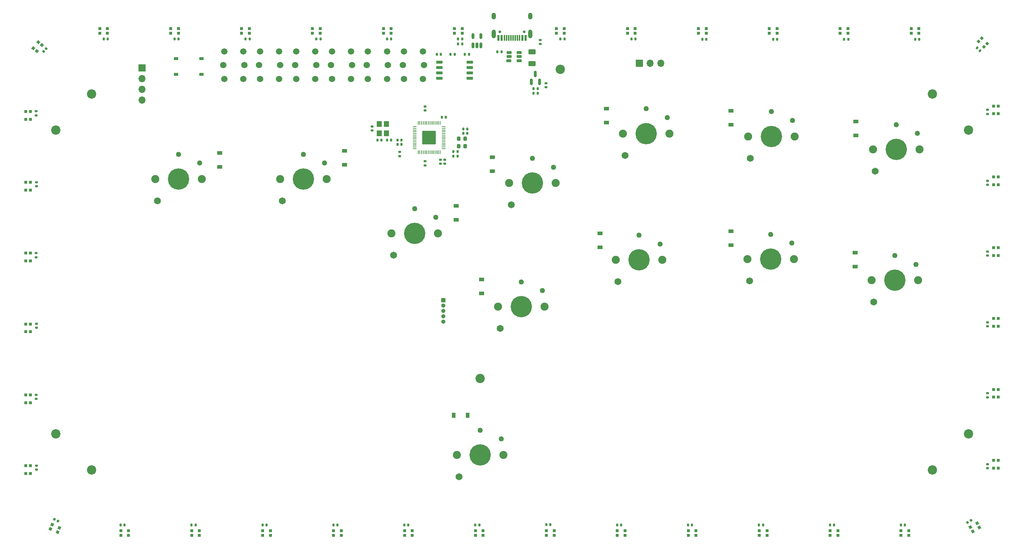
<source format=gts>
%TF.GenerationSoftware,KiCad,Pcbnew,(6.0.6)*%
%TF.CreationDate,2023-02-26T23:17:29-05:00*%
%TF.ProjectId,fightstick_v2,66696768-7473-4746-9963-6b5f76322e6b,rev?*%
%TF.SameCoordinates,Original*%
%TF.FileFunction,Soldermask,Top*%
%TF.FilePolarity,Negative*%
%FSLAX46Y46*%
G04 Gerber Fmt 4.6, Leading zero omitted, Abs format (unit mm)*
G04 Created by KiCad (PCBNEW (6.0.6)) date 2023-02-26 23:17:29*
%MOMM*%
%LPD*%
G01*
G04 APERTURE LIST*
G04 Aperture macros list*
%AMRoundRect*
0 Rectangle with rounded corners*
0 $1 Rounding radius*
0 $2 $3 $4 $5 $6 $7 $8 $9 X,Y pos of 4 corners*
0 Add a 4 corners polygon primitive as box body*
4,1,4,$2,$3,$4,$5,$6,$7,$8,$9,$2,$3,0*
0 Add four circle primitives for the rounded corners*
1,1,$1+$1,$2,$3*
1,1,$1+$1,$4,$5*
1,1,$1+$1,$6,$7*
1,1,$1+$1,$8,$9*
0 Add four rect primitives between the rounded corners*
20,1,$1+$1,$2,$3,$4,$5,0*
20,1,$1+$1,$4,$5,$6,$7,0*
20,1,$1+$1,$6,$7,$8,$9,0*
20,1,$1+$1,$8,$9,$2,$3,0*%
%AMRotRect*
0 Rectangle, with rotation*
0 The origin of the aperture is its center*
0 $1 length*
0 $2 width*
0 $3 Rotation angle, in degrees counterclockwise*
0 Add horizontal line*
21,1,$1,$2,0,0,$3*%
G04 Aperture macros list end*
%ADD10R,1.000000X0.750000*%
%ADD11R,1.200000X0.900000*%
%ADD12R,1.700000X1.700000*%
%ADD13O,1.700000X1.700000*%
%ADD14RoundRect,0.140000X0.044010X-0.215785X0.220220X0.001816X-0.044010X0.215785X-0.220220X-0.001816X0*%
%ADD15RoundRect,0.140000X0.140000X0.170000X-0.140000X0.170000X-0.140000X-0.170000X0.140000X-0.170000X0*%
%ADD16C,2.200000*%
%ADD17R,0.700000X0.700000*%
%ADD18RoundRect,0.140000X-0.170000X0.140000X-0.170000X-0.140000X0.170000X-0.140000X0.170000X0.140000X0*%
%ADD19RoundRect,0.140000X-0.140000X-0.170000X0.140000X-0.170000X0.140000X0.170000X-0.140000X0.170000X0*%
%ADD20RoundRect,0.140000X0.170000X-0.140000X0.170000X0.140000X-0.170000X0.140000X-0.170000X-0.140000X0*%
%ADD21C,1.508000*%
%ADD22RoundRect,0.225000X0.225000X0.250000X-0.225000X0.250000X-0.225000X-0.250000X0.225000X-0.250000X0*%
%ADD23RoundRect,0.150000X-0.650000X-0.150000X0.650000X-0.150000X0.650000X0.150000X-0.650000X0.150000X0*%
%ADD24R,0.900000X1.200000*%
%ADD25C,1.900000*%
%ADD26C,1.250000*%
%ADD27C,5.050000*%
%ADD28C,1.650000*%
%ADD29RotRect,0.700000X0.700000X210.000000*%
%ADD30RotRect,0.700000X0.700000X30.000000*%
%ADD31RoundRect,0.050000X-0.050000X0.387500X-0.050000X-0.387500X0.050000X-0.387500X0.050000X0.387500X0*%
%ADD32RoundRect,0.050000X-0.387500X0.050000X-0.387500X-0.050000X0.387500X-0.050000X0.387500X0.050000X0*%
%ADD33RoundRect,0.144000X-1.456000X1.456000X-1.456000X-1.456000X1.456000X-1.456000X1.456000X1.456000X0*%
%ADD34RotRect,0.700000X0.700000X316.000000*%
%ADD35RotRect,0.700000X0.700000X136.000000*%
%ADD36RoundRect,0.150000X-0.475000X-0.150000X0.475000X-0.150000X0.475000X0.150000X-0.475000X0.150000X0*%
%ADD37RoundRect,0.140000X0.036244X0.217224X-0.206244X0.077224X-0.036244X-0.217224X0.206244X-0.077224X0*%
%ADD38RoundRect,0.150000X0.150000X-0.587500X0.150000X0.587500X-0.150000X0.587500X-0.150000X-0.587500X0*%
%ADD39RotRect,0.700000X0.700000X51.000000*%
%ADD40RotRect,0.700000X0.700000X231.000000*%
%ADD41RoundRect,0.140000X0.195295X0.101783X-0.062446X0.211188X-0.195295X-0.101783X0.062446X-0.211188X0*%
%ADD42RoundRect,0.150000X0.150000X-0.512500X0.150000X0.512500X-0.150000X0.512500X-0.150000X-0.512500X0*%
%ADD43RotRect,0.700000X0.700000X157.000000*%
%ADD44RotRect,0.700000X0.700000X337.000000*%
%ADD45R,1.000000X1.000000*%
%ADD46O,1.000000X1.000000*%
%ADD47RoundRect,0.250000X-0.625000X0.375000X-0.625000X-0.375000X0.625000X-0.375000X0.625000X0.375000X0*%
%ADD48RoundRect,0.140000X-0.218799X-0.025036X-0.017384X-0.219540X0.218799X0.025036X0.017384X0.219540X0*%
%ADD49C,0.650000*%
%ADD50R,0.600000X1.450000*%
%ADD51R,0.300000X1.450000*%
%ADD52O,1.000000X1.600000*%
%ADD53O,1.000000X2.100000*%
%ADD54R,1.200000X1.400000*%
G04 APERTURE END LIST*
D10*
%TO.C,S1*%
X83150000Y-32475000D03*
X89150000Y-32475000D03*
X83150000Y-36225000D03*
X89150000Y-36225000D03*
%TD*%
D11*
%TO.C,D2*%
X123000000Y-54350000D03*
X123000000Y-57650000D03*
%TD*%
D12*
%TO.C,J2*%
X75150000Y-34650000D03*
D13*
X75150000Y-37190000D03*
X75150000Y-39730000D03*
X75150000Y-42270000D03*
%TD*%
D14*
%TO.C,C24*%
X51797926Y-30823030D03*
X52402074Y-30076970D03*
%TD*%
D15*
%TO.C,C40*%
X205280000Y-142950000D03*
X204320000Y-142950000D03*
%TD*%
D16*
%TO.C,H7*%
X270678419Y-121400000D03*
%TD*%
D17*
%TO.C,D21*%
X115459429Y-25350000D03*
X115459429Y-26450000D03*
X117289429Y-26450000D03*
X117289429Y-25350000D03*
%TD*%
D11*
%TO.C,D9*%
X155500000Y-84850000D03*
X155500000Y-88150000D03*
%TD*%
D18*
%TO.C,C16*%
X145700000Y-56420000D03*
X145700000Y-57380000D03*
%TD*%
D17*
%TO.C,D23*%
X206205072Y-145450000D03*
X206205072Y-144350000D03*
X204375072Y-144350000D03*
X204375072Y-145450000D03*
%TD*%
%TO.C,D22*%
X47628419Y-130772822D03*
X48728419Y-130772822D03*
X48728419Y-128942822D03*
X47628419Y-128942822D03*
%TD*%
%TO.C,D17*%
X132245608Y-25350000D03*
X132245608Y-26450000D03*
X134075608Y-26450000D03*
X134075608Y-25350000D03*
%TD*%
D19*
%TO.C,C22*%
X82820000Y-27800000D03*
X83780000Y-27800000D03*
%TD*%
D20*
%TO.C,C13*%
X142062502Y-44780000D03*
X142062502Y-43820000D03*
%TD*%
D15*
%TO.C,C3*%
X131792501Y-51799999D03*
X130832501Y-51799999D03*
%TD*%
D11*
%TO.C,D12*%
X243900000Y-81800000D03*
X243900000Y-78500000D03*
%TD*%
D15*
%TO.C,C39*%
X188530000Y-142950000D03*
X187570000Y-142950000D03*
%TD*%
D17*
%TO.C,D29*%
X81887070Y-25350000D03*
X81887070Y-26450000D03*
X83717070Y-26450000D03*
X83717070Y-25350000D03*
%TD*%
D21*
%TO.C,SW17*%
X133075632Y-37301730D03*
X133325632Y-34051730D03*
X133075632Y-30801730D03*
X128575632Y-37301730D03*
X128575632Y-30801730D03*
X128325632Y-34051730D03*
%TD*%
D17*
%TO.C,D24*%
X277728419Y-43719515D03*
X276628419Y-43719515D03*
X276628419Y-45549515D03*
X277728419Y-45549515D03*
%TD*%
%TO.C,D18*%
X47628419Y-113986642D03*
X48728419Y-113986642D03*
X48728419Y-112156642D03*
X47628419Y-112156642D03*
%TD*%
D22*
%TO.C,R4*%
X151587500Y-53200001D03*
X150037500Y-53200001D03*
%TD*%
D18*
%TO.C,C49*%
X275150000Y-61420000D03*
X275150000Y-62380000D03*
%TD*%
%TO.C,C2*%
X129562500Y-48570001D03*
X129562500Y-49530001D03*
%TD*%
D16*
%TO.C,H8*%
X262178419Y-129900000D03*
%TD*%
D19*
%TO.C,C21*%
X99620000Y-27800000D03*
X100580000Y-27800000D03*
%TD*%
D12*
%TO.C,J3*%
X192820000Y-33600000D03*
D13*
X195360000Y-33600000D03*
X197900000Y-33600000D03*
%TD*%
D19*
%TO.C,C55*%
X207670000Y-27900000D03*
X208630000Y-27900000D03*
%TD*%
D15*
%TO.C,C34*%
X104580000Y-142950000D03*
X103620000Y-142950000D03*
%TD*%
%TO.C,C38*%
X171730000Y-142900000D03*
X170770000Y-142900000D03*
%TD*%
D16*
%TO.C,H2*%
X63178419Y-40900000D03*
%TD*%
D19*
%TO.C,C52*%
X258070000Y-27900000D03*
X259030000Y-27900000D03*
%TD*%
D15*
%TO.C,C32*%
X70980000Y-143000000D03*
X70020000Y-143000000D03*
%TD*%
D16*
%TO.C,H4*%
X270678419Y-49400000D03*
%TD*%
D19*
%TO.C,C8*%
X148820000Y-54500000D03*
X149780000Y-54500000D03*
%TD*%
D17*
%TO.C,D41*%
X47628419Y-46841924D03*
X48728419Y-46841924D03*
X48728419Y-45011924D03*
X47628419Y-45011924D03*
%TD*%
D20*
%TO.C,C26*%
X50150000Y-62730000D03*
X50150000Y-61770000D03*
%TD*%
D18*
%TO.C,R6*%
X169350000Y-28070000D03*
X169350000Y-29030000D03*
%TD*%
D16*
%TO.C,H9*%
X174131862Y-35006000D03*
%TD*%
D23*
%TO.C,U2*%
X145500000Y-33295000D03*
X145500000Y-34565000D03*
X145500000Y-35835000D03*
X145500000Y-37105000D03*
X152700000Y-37105000D03*
X152700000Y-35835000D03*
X152700000Y-34565000D03*
X152700000Y-33295000D03*
%TD*%
D18*
%TO.C,C50*%
X275150000Y-44620000D03*
X275150000Y-45580000D03*
%TD*%
D17*
%TO.C,D51*%
X277728419Y-94078054D03*
X276628419Y-94078054D03*
X276628419Y-95908054D03*
X277728419Y-95908054D03*
%TD*%
%TO.C,D20*%
X277728419Y-60505695D03*
X276628419Y-60505695D03*
X276628419Y-62335695D03*
X277728419Y-62335695D03*
%TD*%
D11*
%TO.C,D3*%
X149500000Y-67350000D03*
X149500000Y-70650000D03*
%TD*%
D16*
%TO.C,H3*%
X262178419Y-40900000D03*
%TD*%
D21*
%TO.C,SW14*%
X107575632Y-30801730D03*
X107825632Y-34051730D03*
X107575632Y-37301730D03*
X103075632Y-37301730D03*
X102825632Y-34051730D03*
X103075632Y-30801730D03*
%TD*%
D24*
%TO.C,D4*%
X148850000Y-117000000D03*
X152150000Y-117000000D03*
%TD*%
D15*
%TO.C,R2*%
X149080000Y-31450000D03*
X148120000Y-31450000D03*
%TD*%
D17*
%TO.C,D45*%
X47628419Y-63628104D03*
X48728419Y-63628104D03*
X48728419Y-61798104D03*
X47628419Y-61798104D03*
%TD*%
D11*
%TO.C,D1*%
X93500000Y-54850000D03*
X93500000Y-58150000D03*
%TD*%
D18*
%TO.C,C11*%
X146750000Y-56420000D03*
X146750000Y-57380000D03*
%TD*%
%TO.C,C45*%
X275150000Y-128570000D03*
X275150000Y-129530000D03*
%TD*%
D17*
%TO.C,D14*%
X47628419Y-97200463D03*
X48728419Y-97200463D03*
X48728419Y-95370463D03*
X47628419Y-95370463D03*
%TD*%
D19*
%TO.C,C18*%
X149920000Y-27850000D03*
X150880000Y-27850000D03*
%TD*%
D16*
%TO.C,H10*%
X155137512Y-108269442D03*
%TD*%
D11*
%TO.C,D5*%
X158000000Y-55850000D03*
X158000000Y-59150000D03*
%TD*%
D17*
%TO.C,D44*%
X206775000Y-25350000D03*
X206775000Y-26450000D03*
X208605000Y-26450000D03*
X208605000Y-25350000D03*
%TD*%
D25*
%TO.C,SW6*%
X199894878Y-50255526D03*
D26*
X199394878Y-46455526D03*
D25*
X188894878Y-50255526D03*
D27*
X194394878Y-50255526D03*
D26*
X194394878Y-44355526D03*
D28*
X189394878Y-55405526D03*
%TD*%
D20*
%TO.C,C27*%
X50100000Y-79530000D03*
X50100000Y-78570000D03*
%TD*%
D27*
%TO.C,SW8*%
X253576264Y-54016110D03*
D25*
X259076264Y-54016110D03*
D26*
X258576264Y-50216110D03*
D25*
X248076264Y-54016110D03*
D26*
X253576264Y-48116110D03*
D28*
X248576264Y-59166110D03*
%TD*%
D17*
%TO.C,D40*%
X223561179Y-25350000D03*
X223561179Y-26450000D03*
X225391179Y-26450000D03*
X225391179Y-25350000D03*
%TD*%
D29*
%TO.C,D39*%
X273263017Y-143548814D03*
X272713017Y-142596186D03*
D30*
X271128191Y-143511186D03*
X271678191Y-144463814D03*
%TD*%
D18*
%TO.C,C1*%
X170700000Y-38320000D03*
X170700000Y-39280000D03*
%TD*%
D15*
%TO.C,C7*%
X136517499Y-52800001D03*
X135557499Y-52800001D03*
%TD*%
%TO.C,R5*%
X134042502Y-51800000D03*
X133082502Y-51800000D03*
%TD*%
D19*
%TO.C,C19*%
X133120000Y-27800000D03*
X134080000Y-27800000D03*
%TD*%
%TO.C,R7*%
X159220000Y-30850000D03*
X160180000Y-30850000D03*
%TD*%
D15*
%TO.C,C33*%
X87780000Y-142950000D03*
X86820000Y-142950000D03*
%TD*%
D25*
%TO.C,SW7*%
X218565244Y-50956652D03*
X229565244Y-50956652D03*
D28*
X219065244Y-56106652D03*
D27*
X224065244Y-50956652D03*
D26*
X224065244Y-45056652D03*
X229065244Y-47156652D03*
%TD*%
D15*
%TO.C,C42*%
X238880000Y-142950000D03*
X237920000Y-142950000D03*
%TD*%
D17*
%TO.C,D19*%
X189418893Y-145450000D03*
X189418893Y-144350000D03*
X187588893Y-144350000D03*
X187588893Y-145450000D03*
%TD*%
%TO.C,D15*%
X172632713Y-145450000D03*
X172632713Y-144350000D03*
X170802713Y-144350000D03*
X170802713Y-145450000D03*
%TD*%
D19*
%TO.C,C57*%
X174120000Y-27850000D03*
X175080000Y-27850000D03*
%TD*%
D31*
%TO.C,U3*%
X145662500Y-47762501D03*
X145262500Y-47762501D03*
X144862500Y-47762501D03*
X144462500Y-47762501D03*
X144062500Y-47762501D03*
X143662500Y-47762501D03*
X143262500Y-47762501D03*
X142862500Y-47762501D03*
X142462500Y-47762501D03*
X142062500Y-47762501D03*
X141662500Y-47762501D03*
X141262500Y-47762501D03*
X140862500Y-47762501D03*
X140462500Y-47762501D03*
D32*
X139625000Y-48600001D03*
X139625000Y-49000001D03*
X139625000Y-49400001D03*
X139625000Y-49800001D03*
X139625000Y-50200001D03*
X139625000Y-50600001D03*
X139625000Y-51000001D03*
X139625000Y-51400001D03*
X139625000Y-51800001D03*
X139625000Y-52200001D03*
X139625000Y-52600001D03*
X139625000Y-53000001D03*
X139625000Y-53400001D03*
X139625000Y-53800001D03*
D31*
X140462500Y-54637501D03*
X140862500Y-54637501D03*
X141262500Y-54637501D03*
X141662500Y-54637501D03*
X142062500Y-54637501D03*
X142462500Y-54637501D03*
X142862500Y-54637501D03*
X143262500Y-54637501D03*
X143662500Y-54637501D03*
X144062500Y-54637501D03*
X144462500Y-54637501D03*
X144862500Y-54637501D03*
X145262500Y-54637501D03*
X145662500Y-54637501D03*
D32*
X146500000Y-53800001D03*
X146500000Y-53400001D03*
X146500000Y-53000001D03*
X146500000Y-52600001D03*
X146500000Y-52200001D03*
X146500000Y-51800001D03*
X146500000Y-51400001D03*
X146500000Y-51000001D03*
X146500000Y-50600001D03*
X146500000Y-50200001D03*
X146500000Y-49800001D03*
X146500000Y-49400001D03*
X146500000Y-49000001D03*
X146500000Y-48600001D03*
D33*
X143062500Y-51200001D03*
%TD*%
D26*
%TO.C,SW1*%
X83780574Y-55151730D03*
D28*
X78780574Y-66201730D03*
D25*
X89280574Y-61051730D03*
D27*
X83780574Y-61051730D03*
D25*
X78280574Y-61051730D03*
D26*
X88780574Y-57251730D03*
%TD*%
D25*
%TO.C,SW11*%
X229358182Y-80017936D03*
X218358182Y-80017936D03*
D26*
X228858182Y-76217936D03*
D27*
X223858182Y-80017936D03*
D26*
X223858182Y-74117936D03*
D28*
X218858182Y-85167936D03*
%TD*%
D15*
%TO.C,C58*%
X150880000Y-29000000D03*
X149920000Y-29000000D03*
%TD*%
D21*
%TO.C,SW15*%
X116075632Y-30801730D03*
X116325632Y-34051730D03*
X116075632Y-37301730D03*
X111325632Y-34051730D03*
X111575632Y-37301730D03*
X111575632Y-30801730D03*
%TD*%
D34*
%TO.C,D28*%
X273823866Y-27658751D03*
X273059742Y-28450024D03*
D35*
X274376134Y-29721249D03*
X275140258Y-28929976D03*
%TD*%
D19*
%TO.C,C53*%
X241270000Y-27900000D03*
X242230000Y-27900000D03*
%TD*%
D17*
%TO.C,D52*%
X173202641Y-25350000D03*
X173202641Y-26450000D03*
X175032641Y-26450000D03*
X175032641Y-25350000D03*
%TD*%
D36*
%TO.C,U4*%
X161995000Y-31070000D03*
X161995000Y-32020000D03*
X161920000Y-32970000D03*
X164345000Y-32970000D03*
X164345000Y-32020000D03*
X164345000Y-31070000D03*
%TD*%
D21*
%TO.C,SW16*%
X124575632Y-30801730D03*
X124575632Y-37301730D03*
X124825632Y-34051730D03*
X120075632Y-30801730D03*
X120075632Y-37301730D03*
X119825632Y-34051730D03*
%TD*%
D17*
%TO.C,D46*%
X139060354Y-145450000D03*
X139060354Y-144350000D03*
X137230354Y-144350000D03*
X137230354Y-145450000D03*
%TD*%
%TO.C,D36*%
X240347359Y-25350000D03*
X240347359Y-26450000D03*
X242177359Y-26450000D03*
X242177359Y-25350000D03*
%TD*%
D21*
%TO.C,SW19*%
X141575632Y-30801730D03*
X141575632Y-37301730D03*
X141825632Y-34051730D03*
X136825632Y-34051730D03*
X137075632Y-30801730D03*
X137075632Y-37301730D03*
%TD*%
D26*
%TO.C,SW2*%
X113326119Y-55151730D03*
X118326119Y-57251730D03*
D27*
X113326119Y-61051730D03*
D28*
X108326119Y-66201730D03*
D25*
X107826119Y-61051730D03*
X118826119Y-61051730D03*
%TD*%
D15*
%TO.C,C17*%
X168730000Y-40700000D03*
X167770000Y-40700000D03*
%TD*%
D20*
%TO.C,C30*%
X50150000Y-129880000D03*
X50150000Y-128920000D03*
%TD*%
D17*
%TO.C,D50*%
X155846534Y-145450000D03*
X155846534Y-144350000D03*
X154016534Y-144350000D03*
X154016534Y-145450000D03*
%TD*%
D15*
%TO.C,C35*%
X121380000Y-142950000D03*
X120420000Y-142950000D03*
%TD*%
D17*
%TO.C,D49*%
X47628419Y-80414283D03*
X48728419Y-80414283D03*
X48728419Y-78584283D03*
X47628419Y-78584283D03*
%TD*%
D22*
%TO.C,R3*%
X151587502Y-51480000D03*
X150037502Y-51480000D03*
%TD*%
D37*
%TO.C,C44*%
X271265692Y-141910000D03*
X270434308Y-142390000D03*
%TD*%
D15*
%TO.C,C37*%
X154930000Y-142950000D03*
X153970000Y-142950000D03*
%TD*%
D19*
%TO.C,C14*%
X146070000Y-46350000D03*
X147030000Y-46350000D03*
%TD*%
D11*
%TO.C,D7*%
X214500000Y-44850000D03*
X214500000Y-48150000D03*
%TD*%
D38*
%TO.C,U1*%
X167250000Y-37987500D03*
X169150000Y-37987500D03*
X168200000Y-36112500D03*
%TD*%
D17*
%TO.C,D38*%
X105487995Y-145450000D03*
X105487995Y-144350000D03*
X103657995Y-144350000D03*
X103657995Y-145450000D03*
%TD*%
D19*
%TO.C,C6*%
X151120000Y-49150000D03*
X152080000Y-49150000D03*
%TD*%
D39*
%TO.C,D37*%
X49376742Y-30004962D03*
X50231602Y-30697215D03*
D40*
X51383258Y-29275038D03*
X50528398Y-28582785D03*
%TD*%
D15*
%TO.C,C43*%
X255630000Y-142950000D03*
X254670000Y-142950000D03*
%TD*%
D19*
%TO.C,C23*%
X66020000Y-27800000D03*
X66980000Y-27800000D03*
%TD*%
D15*
%TO.C,R1*%
X145830000Y-31450000D03*
X144870000Y-31450000D03*
%TD*%
D17*
%TO.C,D33*%
X65100890Y-25350000D03*
X65100890Y-26450000D03*
X66930890Y-26450000D03*
X66930890Y-25350000D03*
%TD*%
D19*
%TO.C,C54*%
X224470000Y-27900000D03*
X225430000Y-27900000D03*
%TD*%
D41*
%TO.C,C31*%
X55241842Y-142037551D03*
X54358158Y-141662449D03*
%TD*%
D17*
%TO.C,D43*%
X277728419Y-127650413D03*
X276628419Y-127650413D03*
X276628419Y-129480413D03*
X277728419Y-129480413D03*
%TD*%
%TO.C,D30*%
X71915636Y-145450000D03*
X71915636Y-144350000D03*
X70085636Y-144350000D03*
X70085636Y-145450000D03*
%TD*%
%TO.C,D16*%
X277728419Y-77291874D03*
X276628419Y-77291874D03*
X276628419Y-79121874D03*
X277728419Y-79121874D03*
%TD*%
D19*
%TO.C,C10*%
X148820000Y-55600000D03*
X149780000Y-55600000D03*
%TD*%
D21*
%TO.C,SW13*%
X99075632Y-30801730D03*
X99075632Y-37301730D03*
X99325632Y-34051730D03*
X94325632Y-34051730D03*
X94575632Y-37301730D03*
X94575632Y-30801730D03*
%TD*%
D19*
%TO.C,C56*%
X190920000Y-27850000D03*
X191880000Y-27850000D03*
%TD*%
D26*
%TO.C,SW9*%
X169832634Y-87474959D03*
D25*
X159332634Y-91274959D03*
X170332634Y-91274959D03*
D26*
X164832634Y-85374959D03*
D28*
X159832634Y-96424959D03*
D27*
X164832634Y-91274959D03*
%TD*%
D42*
%TO.C,U5*%
X153400000Y-29387500D03*
X154350000Y-29387500D03*
X155300000Y-29387500D03*
X155300000Y-27112500D03*
X153400000Y-27112500D03*
%TD*%
D43*
%TO.C,D26*%
X55127360Y-144643797D03*
X55557164Y-143631241D03*
D44*
X53872640Y-142916203D03*
X53442836Y-143928759D03*
%TD*%
D15*
%TO.C,C41*%
X222080000Y-142950000D03*
X221120000Y-142950000D03*
%TD*%
D18*
%TO.C,C48*%
X275150000Y-78220000D03*
X275150000Y-79180000D03*
%TD*%
D15*
%TO.C,C36*%
X138130000Y-142950000D03*
X137170000Y-142950000D03*
%TD*%
D45*
%TO.C,J9*%
X146400000Y-89750000D03*
D46*
X146400000Y-91020000D03*
X146400000Y-92290000D03*
X146400000Y-93560000D03*
X146400000Y-94830000D03*
%TD*%
D17*
%TO.C,D34*%
X88701816Y-145450000D03*
X88701816Y-144350000D03*
X86871816Y-144350000D03*
X86871816Y-145450000D03*
%TD*%
D25*
%TO.C,SW3*%
X145117318Y-73909890D03*
X134117318Y-73909890D03*
D27*
X139617318Y-73909890D03*
D26*
X144617318Y-70109890D03*
D28*
X134617318Y-79059890D03*
D26*
X139617318Y-68009890D03*
%TD*%
D17*
%TO.C,D47*%
X277728419Y-110864233D03*
X276628419Y-110864233D03*
X276628419Y-112694233D03*
X277728419Y-112694233D03*
%TD*%
%TO.C,D13*%
X149031788Y-25350000D03*
X149031788Y-26450000D03*
X150861788Y-26450000D03*
X150861788Y-25350000D03*
%TD*%
D11*
%TO.C,D8*%
X244000000Y-47350000D03*
X244000000Y-50650000D03*
%TD*%
D17*
%TO.C,D35*%
X256563611Y-145450000D03*
X256563611Y-144350000D03*
X254733611Y-144350000D03*
X254733611Y-145450000D03*
%TD*%
D47*
%TO.C,TH1*%
X167400000Y-30900000D03*
X167400000Y-33700000D03*
%TD*%
D19*
%TO.C,C20*%
X116370000Y-27850000D03*
X117330000Y-27850000D03*
%TD*%
D18*
%TO.C,C46*%
X275150000Y-111770000D03*
X275150000Y-112730000D03*
%TD*%
D25*
%TO.C,SW5*%
X173010603Y-61987430D03*
X162010603Y-61987430D03*
D26*
X172510603Y-58187430D03*
D27*
X167510603Y-61987430D03*
D28*
X162510603Y-67137430D03*
D26*
X167510603Y-56087430D03*
%TD*%
D16*
%TO.C,H6*%
X63178419Y-129900000D03*
%TD*%
D25*
%TO.C,SW4*%
X160637512Y-126400000D03*
D27*
X155137512Y-126400000D03*
D26*
X155137512Y-120500000D03*
D25*
X149637512Y-126400000D03*
D26*
X160137512Y-122600000D03*
D28*
X150137512Y-131550000D03*
%TD*%
D11*
%TO.C,D10*%
X183500000Y-73850000D03*
X183500000Y-77150000D03*
%TD*%
%TO.C,D6*%
X185000000Y-44350000D03*
X185000000Y-47650000D03*
%TD*%
D15*
%TO.C,C4*%
X168730000Y-39600000D03*
X167770000Y-39600000D03*
%TD*%
D17*
%TO.C,D42*%
X122274175Y-145450000D03*
X122274175Y-144350000D03*
X120444175Y-144350000D03*
X120444175Y-145450000D03*
%TD*%
D20*
%TO.C,C25*%
X50100000Y-45930000D03*
X50100000Y-44970000D03*
%TD*%
D18*
%TO.C,C12*%
X142062501Y-56820000D03*
X142062501Y-57780000D03*
%TD*%
%TO.C,C47*%
X275150000Y-94970000D03*
X275150000Y-95930000D03*
%TD*%
D17*
%TO.C,D48*%
X189988820Y-25350000D03*
X189988820Y-26450000D03*
X191818820Y-26450000D03*
X191818820Y-25350000D03*
%TD*%
D20*
%TO.C,C28*%
X50150000Y-96280000D03*
X50150000Y-95320000D03*
%TD*%
D48*
%TO.C,C51*%
X272704717Y-29966564D03*
X273395283Y-30633436D03*
%TD*%
D49*
%TO.C,J1*%
X165558419Y-26100000D03*
X159778419Y-26100000D03*
D50*
X165918419Y-27545000D03*
X165118419Y-27545000D03*
D51*
X163918419Y-27545000D03*
X162918419Y-27545000D03*
X162418419Y-27545000D03*
X161418419Y-27545000D03*
D50*
X160218419Y-27545000D03*
X159418419Y-27545000D03*
X159418419Y-27545000D03*
X160218419Y-27545000D03*
D51*
X160918419Y-27545000D03*
X161918419Y-27545000D03*
X163418419Y-27545000D03*
X164418419Y-27545000D03*
D50*
X165118419Y-27545000D03*
X165918419Y-27545000D03*
D52*
X166988419Y-22450000D03*
D53*
X158348419Y-26630000D03*
X166988419Y-26630000D03*
D52*
X158348419Y-22450000D03*
%TD*%
D17*
%TO.C,D31*%
X239777431Y-145450000D03*
X239777431Y-144350000D03*
X237947431Y-144350000D03*
X237947431Y-145450000D03*
%TD*%
D11*
%TO.C,D11*%
X214500000Y-73350000D03*
X214500000Y-76650000D03*
%TD*%
D17*
%TO.C,D25*%
X98673249Y-25350000D03*
X98673249Y-26450000D03*
X100503249Y-26450000D03*
X100503249Y-25350000D03*
%TD*%
D25*
%TO.C,SW10*%
X187259730Y-80196127D03*
D26*
X192759730Y-74296127D03*
D27*
X192759730Y-80196127D03*
D28*
X187759730Y-85346127D03*
D25*
X198259730Y-80196127D03*
D26*
X197759730Y-76396127D03*
%TD*%
D17*
%TO.C,D27*%
X222991252Y-145450000D03*
X222991252Y-144350000D03*
X221161252Y-144350000D03*
X221161252Y-145450000D03*
%TD*%
%TO.C,D32*%
X257133538Y-25350000D03*
X257133538Y-26450000D03*
X258963538Y-26450000D03*
X258963538Y-25350000D03*
%TD*%
D16*
%TO.C,H1*%
X54678419Y-49400000D03*
%TD*%
D15*
%TO.C,C5*%
X152480000Y-31450000D03*
X151520000Y-31450000D03*
%TD*%
D20*
%TO.C,C29*%
X50050000Y-113080000D03*
X50050000Y-112120000D03*
%TD*%
D16*
%TO.C,H5*%
X54678419Y-121400000D03*
%TD*%
D25*
%TO.C,SW12*%
X247726703Y-85022767D03*
X258726703Y-85022767D03*
D26*
X253226703Y-79122767D03*
D27*
X253226703Y-85022767D03*
D28*
X248226703Y-90172767D03*
D26*
X258226703Y-81222767D03*
%TD*%
D15*
%TO.C,C9*%
X136530000Y-51750000D03*
X135570000Y-51750000D03*
%TD*%
D19*
%TO.C,C15*%
X151120000Y-50200000D03*
X152080000Y-50200000D03*
%TD*%
D54*
%TO.C,Y1*%
X132912500Y-50150001D03*
X132912500Y-47950001D03*
X131212500Y-47950001D03*
X131212500Y-50150001D03*
%TD*%
D20*
%TO.C,R8*%
X136100000Y-55580000D03*
X136100000Y-54620000D03*
%TD*%
M02*

</source>
